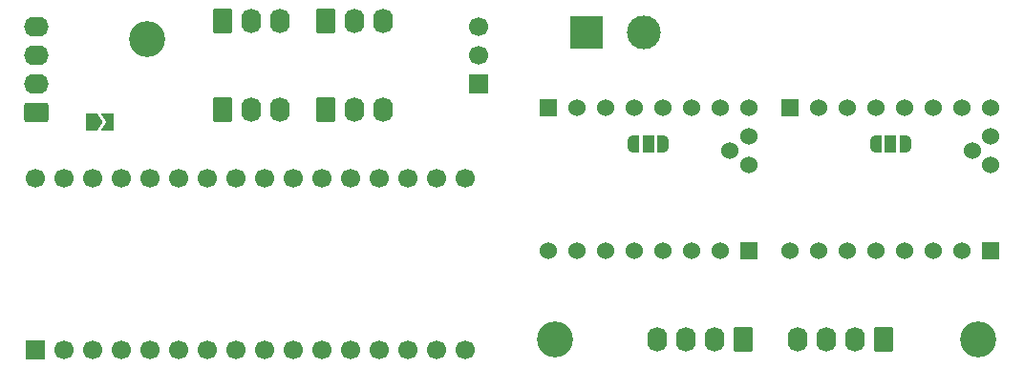
<source format=gbs>
G04 #@! TF.GenerationSoftware,KiCad,Pcbnew,(6.0.0)*
G04 #@! TF.CreationDate,2022-01-08T16:55:08+01:00*
G04 #@! TF.ProjectId,ercf-easy-brd,65726366-2d65-4617-9379-2d6272642e6b,v1.0-beta1*
G04 #@! TF.SameCoordinates,Original*
G04 #@! TF.FileFunction,Soldermask,Bot*
G04 #@! TF.FilePolarity,Negative*
%FSLAX46Y46*%
G04 Gerber Fmt 4.6, Leading zero omitted, Abs format (unit mm)*
G04 Created by KiCad (PCBNEW (6.0.0)) date 2022-01-08 16:55:08*
%MOMM*%
%LPD*%
G01*
G04 APERTURE LIST*
G04 Aperture macros list*
%AMRoundRect*
0 Rectangle with rounded corners*
0 $1 Rounding radius*
0 $2 $3 $4 $5 $6 $7 $8 $9 X,Y pos of 4 corners*
0 Add a 4 corners polygon primitive as box body*
4,1,4,$2,$3,$4,$5,$6,$7,$8,$9,$2,$3,0*
0 Add four circle primitives for the rounded corners*
1,1,$1+$1,$2,$3*
1,1,$1+$1,$4,$5*
1,1,$1+$1,$6,$7*
1,1,$1+$1,$8,$9*
0 Add four rect primitives between the rounded corners*
20,1,$1+$1,$2,$3,$4,$5,0*
20,1,$1+$1,$4,$5,$6,$7,0*
20,1,$1+$1,$6,$7,$8,$9,0*
20,1,$1+$1,$8,$9,$2,$3,0*%
%AMFreePoly0*
4,1,22,0.550000,-0.750000,0.000000,-0.750000,0.000000,-0.745033,-0.079941,-0.743568,-0.215256,-0.701293,-0.333266,-0.622738,-0.424486,-0.514219,-0.481581,-0.384460,-0.499164,-0.250000,-0.500000,-0.250000,-0.500000,0.250000,-0.499164,0.250000,-0.499963,0.256109,-0.478152,0.396186,-0.417904,0.524511,-0.324060,0.630769,-0.204165,0.706417,-0.067858,0.745374,0.000000,0.744959,0.000000,0.750000,
0.550000,0.750000,0.550000,-0.750000,0.550000,-0.750000,$1*%
%AMFreePoly1*
4,1,20,0.000000,0.744959,0.073905,0.744508,0.209726,0.703889,0.328688,0.626782,0.421226,0.519385,0.479903,0.390333,0.500000,0.250000,0.500000,-0.250000,0.499851,-0.262216,0.476331,-0.402017,0.414519,-0.529596,0.319384,-0.634700,0.198574,-0.708877,0.061801,-0.746166,0.000000,-0.745033,0.000000,-0.750000,-0.550000,-0.750000,-0.550000,0.750000,0.000000,0.750000,0.000000,0.744959,
0.000000,0.744959,$1*%
%AMFreePoly2*
4,1,6,1.000000,0.000000,0.500000,-0.750000,-0.500000,-0.750000,-0.500000,0.750000,0.500000,0.750000,1.000000,0.000000,1.000000,0.000000,$1*%
%AMFreePoly3*
4,1,6,0.500000,-0.750000,-0.650000,-0.750000,-0.150000,0.000000,-0.650000,0.750000,0.500000,0.750000,0.500000,-0.750000,0.500000,-0.750000,$1*%
G04 Aperture macros list end*
%ADD10C,3.200000*%
%ADD11RoundRect,0.250000X0.845000X-0.620000X0.845000X0.620000X-0.845000X0.620000X-0.845000X-0.620000X0*%
%ADD12O,2.190000X1.740000*%
%ADD13RoundRect,0.250000X-0.620000X-0.845000X0.620000X-0.845000X0.620000X0.845000X-0.620000X0.845000X0*%
%ADD14O,1.740000X2.190000*%
%ADD15RoundRect,0.250000X0.620000X0.845000X-0.620000X0.845000X-0.620000X-0.845000X0.620000X-0.845000X0*%
%ADD16R,1.700000X1.700000*%
%ADD17C,1.700000*%
%ADD18R,1.524000X1.524000*%
%ADD19C,1.524000*%
%ADD20R,3.000000X3.000000*%
%ADD21C,3.000000*%
%ADD22FreePoly0,0.000000*%
%ADD23R,1.000000X1.500000*%
%ADD24FreePoly1,0.000000*%
%ADD25FreePoly2,0.000000*%
%ADD26FreePoly3,0.000000*%
G04 APERTURE END LIST*
D10*
X163830000Y-139700000D03*
D11*
X80411000Y-119507000D03*
D12*
X80411000Y-116967000D03*
X80411000Y-114427000D03*
X80411000Y-111887000D03*
D13*
X106045000Y-119273000D03*
D14*
X108585000Y-119273000D03*
X111125000Y-119273000D03*
D13*
X96901000Y-119293000D03*
D14*
X99441000Y-119293000D03*
X101981000Y-119293000D03*
D13*
X96901000Y-111399000D03*
D14*
X99441000Y-111399000D03*
X101981000Y-111399000D03*
D15*
X155448000Y-139700000D03*
D14*
X152908000Y-139700000D03*
X150368000Y-139700000D03*
X147828000Y-139700000D03*
D15*
X143002000Y-139680000D03*
D14*
X140462000Y-139680000D03*
X137922000Y-139680000D03*
X135382000Y-139680000D03*
D16*
X119541000Y-116967000D03*
D17*
X119541000Y-114427000D03*
X119541000Y-111887000D03*
D18*
X147193000Y-119126000D03*
D19*
X149733000Y-119126000D03*
X152273000Y-119126000D03*
X154813000Y-119126000D03*
X157353000Y-119126000D03*
X159893000Y-119126000D03*
X162433000Y-119126000D03*
X164973000Y-119126000D03*
D18*
X164973000Y-131826000D03*
D19*
X162433000Y-131826000D03*
X154813000Y-131826000D03*
X157353000Y-131826000D03*
X159893000Y-131826000D03*
X152273000Y-131826000D03*
X149733000Y-131826000D03*
X147193000Y-131826000D03*
X164973000Y-121666000D03*
X164973000Y-124206000D03*
X163322000Y-122936000D03*
D20*
X129159000Y-112395000D03*
D21*
X134239000Y-112395000D03*
D10*
X126365000Y-139700000D03*
X90170000Y-113030000D03*
D13*
X106045000Y-111419000D03*
D14*
X108585000Y-111419000D03*
X111125000Y-111419000D03*
D18*
X125730000Y-119126000D03*
D19*
X128270000Y-119126000D03*
X130810000Y-119126000D03*
X133350000Y-119126000D03*
X135890000Y-119126000D03*
X138430000Y-119126000D03*
X140970000Y-119126000D03*
X143510000Y-119126000D03*
D18*
X143510000Y-131826000D03*
D19*
X140970000Y-131826000D03*
X133350000Y-131826000D03*
X135890000Y-131826000D03*
X138430000Y-131826000D03*
X130810000Y-131826000D03*
X128270000Y-131826000D03*
X125730000Y-131826000D03*
X143510000Y-121666000D03*
X143510000Y-124206000D03*
X141859000Y-122936000D03*
D16*
X80264000Y-140589000D03*
D17*
X82804000Y-140589000D03*
X85344000Y-140589000D03*
X87884000Y-140589000D03*
X90424000Y-140589000D03*
X92964000Y-140589000D03*
X95504000Y-140589000D03*
X98044000Y-140589000D03*
X100584000Y-140589000D03*
X103124000Y-140589000D03*
X105664000Y-140589000D03*
X108204000Y-140589000D03*
X110744000Y-140589000D03*
X113284000Y-140589000D03*
X115824000Y-140589000D03*
X118364000Y-140589000D03*
X118364000Y-125349000D03*
X115824000Y-125349000D03*
X113284000Y-125349000D03*
X110744000Y-125349000D03*
X108204000Y-125349000D03*
X105664000Y-125349000D03*
X103124000Y-125349000D03*
X100584000Y-125349000D03*
X98044000Y-125349000D03*
X95504000Y-125349000D03*
X92964000Y-125349000D03*
X90424000Y-125349000D03*
X87884000Y-125349000D03*
X85344000Y-125349000D03*
X82804000Y-125349000D03*
X80264000Y-125349000D03*
D22*
X154783000Y-122301000D03*
D23*
X156083000Y-122301000D03*
D24*
X157383000Y-122301000D03*
D25*
X85291000Y-120396000D03*
D26*
X86741000Y-120396000D03*
D22*
X133320000Y-122301000D03*
D23*
X134620000Y-122301000D03*
D24*
X135920000Y-122301000D03*
M02*

</source>
